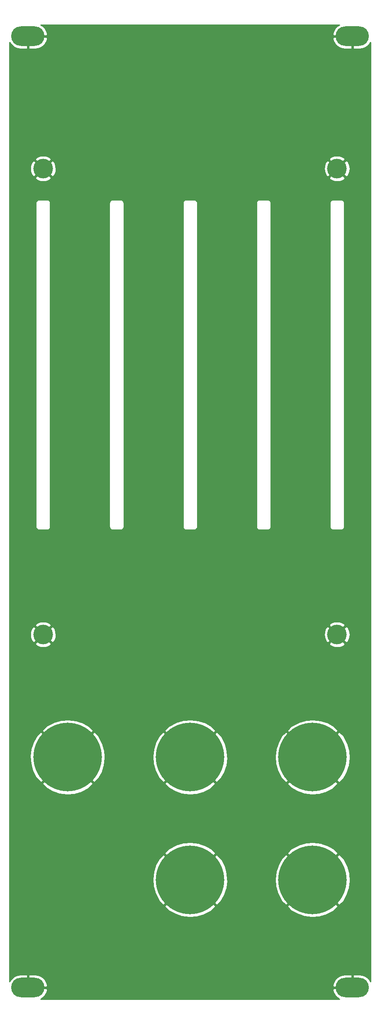
<source format=gbr>
G04 #@! TF.GenerationSoftware,KiCad,Pcbnew,5.1.9-73d0e3b20d~88~ubuntu20.04.1*
G04 #@! TF.CreationDate,2021-03-31T23:41:28-04:00*
G04 #@! TF.ProjectId,ao_dc_mixer-panel,616f5f64-635f-46d6-9978-65722d70616e,rev?*
G04 #@! TF.SameCoordinates,Original*
G04 #@! TF.FileFunction,Copper,L2,Bot*
G04 #@! TF.FilePolarity,Positive*
%FSLAX46Y46*%
G04 Gerber Fmt 4.6, Leading zero omitted, Abs format (unit mm)*
G04 Created by KiCad (PCBNEW 5.1.9-73d0e3b20d~88~ubuntu20.04.1) date 2021-03-31 23:41:28*
%MOMM*%
%LPD*%
G01*
G04 APERTURE LIST*
G04 #@! TA.AperFunction,ComponentPad*
%ADD10C,4.000000*%
G04 #@! TD*
G04 #@! TA.AperFunction,ComponentPad*
%ADD11C,14.000000*%
G04 #@! TD*
G04 #@! TA.AperFunction,ComponentPad*
%ADD12O,6.800000X4.000000*%
G04 #@! TD*
G04 #@! TA.AperFunction,Conductor*
%ADD13C,0.254000*%
G04 #@! TD*
G04 #@! TA.AperFunction,Conductor*
%ADD14C,0.100000*%
G04 #@! TD*
G04 APERTURE END LIST*
D10*
X67500000Y-30000000D03*
X7500000Y-30000000D03*
X67500000Y-125000000D03*
X7500000Y-125000000D03*
D11*
X62500000Y-150000000D03*
X37500000Y-150000000D03*
X62500000Y-175000000D03*
X37500000Y-175000000D03*
X12500000Y-150000000D03*
D12*
X70600000Y-3000000D03*
X70600000Y-197000000D03*
X4400000Y-3000000D03*
X4400000Y-197000000D03*
D13*
X67630475Y-879635D02*
X67246970Y-1226576D01*
X66938519Y-1641669D01*
X66716975Y-2108962D01*
X66620333Y-2462838D01*
X66727009Y-2873000D01*
X70473000Y-2873000D01*
X70473000Y-2853000D01*
X70727000Y-2853000D01*
X70727000Y-2873000D01*
X70747000Y-2873000D01*
X70747000Y-3127000D01*
X70727000Y-3127000D01*
X70727000Y-5635000D01*
X72127000Y-5635000D01*
X72638623Y-5559593D01*
X73125704Y-5385822D01*
X73569525Y-5120365D01*
X73953030Y-4773424D01*
X74261481Y-4358331D01*
X74315001Y-4245444D01*
X74315000Y-195754554D01*
X74261481Y-195641669D01*
X73953030Y-195226576D01*
X73569525Y-194879635D01*
X73125704Y-194614178D01*
X72638623Y-194440407D01*
X72127000Y-194365000D01*
X70727000Y-194365000D01*
X70727000Y-196873000D01*
X70747000Y-196873000D01*
X70747000Y-197127000D01*
X70727000Y-197127000D01*
X70727000Y-197147000D01*
X70473000Y-197147000D01*
X70473000Y-197127000D01*
X66727009Y-197127000D01*
X66620333Y-197537162D01*
X66716975Y-197891038D01*
X66938519Y-198358331D01*
X67246970Y-198773424D01*
X67630475Y-199120365D01*
X67955888Y-199315000D01*
X7044112Y-199315000D01*
X7369525Y-199120365D01*
X7753030Y-198773424D01*
X8061481Y-198358331D01*
X8283025Y-197891038D01*
X8379667Y-197537162D01*
X8272991Y-197127000D01*
X4527000Y-197127000D01*
X4527000Y-197147000D01*
X4273000Y-197147000D01*
X4273000Y-197127000D01*
X4253000Y-197127000D01*
X4253000Y-196873000D01*
X4273000Y-196873000D01*
X4273000Y-194365000D01*
X4527000Y-194365000D01*
X4527000Y-196873000D01*
X8272991Y-196873000D01*
X8379667Y-196462838D01*
X66620333Y-196462838D01*
X66727009Y-196873000D01*
X70473000Y-196873000D01*
X70473000Y-194365000D01*
X69073000Y-194365000D01*
X68561377Y-194440407D01*
X68074296Y-194614178D01*
X67630475Y-194879635D01*
X67246970Y-195226576D01*
X66938519Y-195641669D01*
X66716975Y-196108962D01*
X66620333Y-196462838D01*
X8379667Y-196462838D01*
X8283025Y-196108962D01*
X8061481Y-195641669D01*
X7753030Y-195226576D01*
X7369525Y-194879635D01*
X6925704Y-194614178D01*
X6438623Y-194440407D01*
X5927000Y-194365000D01*
X4527000Y-194365000D01*
X4273000Y-194365000D01*
X2873000Y-194365000D01*
X2361377Y-194440407D01*
X1874296Y-194614178D01*
X1430475Y-194879635D01*
X1046970Y-195226576D01*
X738519Y-195641669D01*
X685000Y-195754554D01*
X685000Y-180401674D01*
X32277932Y-180401674D01*
X33093908Y-181280530D01*
X34403840Y-182019437D01*
X35832756Y-182488591D01*
X37325743Y-182669963D01*
X38825428Y-182556583D01*
X40274176Y-182152807D01*
X41616314Y-181474153D01*
X41906092Y-181280530D01*
X42722068Y-180401674D01*
X57277932Y-180401674D01*
X58093908Y-181280530D01*
X59403840Y-182019437D01*
X60832756Y-182488591D01*
X62325743Y-182669963D01*
X63825428Y-182556583D01*
X65274176Y-182152807D01*
X66616314Y-181474153D01*
X66906092Y-181280530D01*
X67722068Y-180401674D01*
X62500000Y-175179605D01*
X57277932Y-180401674D01*
X42722068Y-180401674D01*
X37500000Y-175179605D01*
X32277932Y-180401674D01*
X685000Y-180401674D01*
X685000Y-174825743D01*
X29830037Y-174825743D01*
X29943417Y-176325428D01*
X30347193Y-177774176D01*
X31025847Y-179116314D01*
X31219470Y-179406092D01*
X32098326Y-180222068D01*
X37320395Y-175000000D01*
X37679605Y-175000000D01*
X42901674Y-180222068D01*
X43780530Y-179406092D01*
X44519437Y-178096160D01*
X44988591Y-176667244D01*
X45169963Y-175174257D01*
X45143615Y-174825743D01*
X54830037Y-174825743D01*
X54943417Y-176325428D01*
X55347193Y-177774176D01*
X56025847Y-179116314D01*
X56219470Y-179406092D01*
X57098326Y-180222068D01*
X62320395Y-175000000D01*
X62679605Y-175000000D01*
X67901674Y-180222068D01*
X68780530Y-179406092D01*
X69519437Y-178096160D01*
X69988591Y-176667244D01*
X70169963Y-175174257D01*
X70056583Y-173674572D01*
X69652807Y-172225824D01*
X68974153Y-170883686D01*
X68780530Y-170593908D01*
X67901674Y-169777932D01*
X62679605Y-175000000D01*
X62320395Y-175000000D01*
X57098326Y-169777932D01*
X56219470Y-170593908D01*
X55480563Y-171903840D01*
X55011409Y-173332756D01*
X54830037Y-174825743D01*
X45143615Y-174825743D01*
X45056583Y-173674572D01*
X44652807Y-172225824D01*
X43974153Y-170883686D01*
X43780530Y-170593908D01*
X42901674Y-169777932D01*
X37679605Y-175000000D01*
X37320395Y-175000000D01*
X32098326Y-169777932D01*
X31219470Y-170593908D01*
X30480563Y-171903840D01*
X30011409Y-173332756D01*
X29830037Y-174825743D01*
X685000Y-174825743D01*
X685000Y-169598326D01*
X32277932Y-169598326D01*
X37500000Y-174820395D01*
X42722068Y-169598326D01*
X57277932Y-169598326D01*
X62500000Y-174820395D01*
X67722068Y-169598326D01*
X66906092Y-168719470D01*
X65596160Y-167980563D01*
X64167244Y-167511409D01*
X62674257Y-167330037D01*
X61174572Y-167443417D01*
X59725824Y-167847193D01*
X58383686Y-168525847D01*
X58093908Y-168719470D01*
X57277932Y-169598326D01*
X42722068Y-169598326D01*
X41906092Y-168719470D01*
X40596160Y-167980563D01*
X39167244Y-167511409D01*
X37674257Y-167330037D01*
X36174572Y-167443417D01*
X34725824Y-167847193D01*
X33383686Y-168525847D01*
X33093908Y-168719470D01*
X32277932Y-169598326D01*
X685000Y-169598326D01*
X685000Y-155401674D01*
X7277932Y-155401674D01*
X8093908Y-156280530D01*
X9403840Y-157019437D01*
X10832756Y-157488591D01*
X12325743Y-157669963D01*
X13825428Y-157556583D01*
X15274176Y-157152807D01*
X16616314Y-156474153D01*
X16906092Y-156280530D01*
X17722068Y-155401674D01*
X32277932Y-155401674D01*
X33093908Y-156280530D01*
X34403840Y-157019437D01*
X35832756Y-157488591D01*
X37325743Y-157669963D01*
X38825428Y-157556583D01*
X40274176Y-157152807D01*
X41616314Y-156474153D01*
X41906092Y-156280530D01*
X42722068Y-155401674D01*
X57277932Y-155401674D01*
X58093908Y-156280530D01*
X59403840Y-157019437D01*
X60832756Y-157488591D01*
X62325743Y-157669963D01*
X63825428Y-157556583D01*
X65274176Y-157152807D01*
X66616314Y-156474153D01*
X66906092Y-156280530D01*
X67722068Y-155401674D01*
X62500000Y-150179605D01*
X57277932Y-155401674D01*
X42722068Y-155401674D01*
X37500000Y-150179605D01*
X32277932Y-155401674D01*
X17722068Y-155401674D01*
X12500000Y-150179605D01*
X7277932Y-155401674D01*
X685000Y-155401674D01*
X685000Y-149825743D01*
X4830037Y-149825743D01*
X4943417Y-151325428D01*
X5347193Y-152774176D01*
X6025847Y-154116314D01*
X6219470Y-154406092D01*
X7098326Y-155222068D01*
X12320395Y-150000000D01*
X12679605Y-150000000D01*
X17901674Y-155222068D01*
X18780530Y-154406092D01*
X19519437Y-153096160D01*
X19988591Y-151667244D01*
X20169963Y-150174257D01*
X20143615Y-149825743D01*
X29830037Y-149825743D01*
X29943417Y-151325428D01*
X30347193Y-152774176D01*
X31025847Y-154116314D01*
X31219470Y-154406092D01*
X32098326Y-155222068D01*
X37320395Y-150000000D01*
X37679605Y-150000000D01*
X42901674Y-155222068D01*
X43780530Y-154406092D01*
X44519437Y-153096160D01*
X44988591Y-151667244D01*
X45169963Y-150174257D01*
X45143615Y-149825743D01*
X54830037Y-149825743D01*
X54943417Y-151325428D01*
X55347193Y-152774176D01*
X56025847Y-154116314D01*
X56219470Y-154406092D01*
X57098326Y-155222068D01*
X62320395Y-150000000D01*
X62679605Y-150000000D01*
X67901674Y-155222068D01*
X68780530Y-154406092D01*
X69519437Y-153096160D01*
X69988591Y-151667244D01*
X70169963Y-150174257D01*
X70056583Y-148674572D01*
X69652807Y-147225824D01*
X68974153Y-145883686D01*
X68780530Y-145593908D01*
X67901674Y-144777932D01*
X62679605Y-150000000D01*
X62320395Y-150000000D01*
X57098326Y-144777932D01*
X56219470Y-145593908D01*
X55480563Y-146903840D01*
X55011409Y-148332756D01*
X54830037Y-149825743D01*
X45143615Y-149825743D01*
X45056583Y-148674572D01*
X44652807Y-147225824D01*
X43974153Y-145883686D01*
X43780530Y-145593908D01*
X42901674Y-144777932D01*
X37679605Y-150000000D01*
X37320395Y-150000000D01*
X32098326Y-144777932D01*
X31219470Y-145593908D01*
X30480563Y-146903840D01*
X30011409Y-148332756D01*
X29830037Y-149825743D01*
X20143615Y-149825743D01*
X20056583Y-148674572D01*
X19652807Y-147225824D01*
X18974153Y-145883686D01*
X18780530Y-145593908D01*
X17901674Y-144777932D01*
X12679605Y-150000000D01*
X12320395Y-150000000D01*
X7098326Y-144777932D01*
X6219470Y-145593908D01*
X5480563Y-146903840D01*
X5011409Y-148332756D01*
X4830037Y-149825743D01*
X685000Y-149825743D01*
X685000Y-144598326D01*
X7277932Y-144598326D01*
X12500000Y-149820395D01*
X17722068Y-144598326D01*
X32277932Y-144598326D01*
X37500000Y-149820395D01*
X42722068Y-144598326D01*
X57277932Y-144598326D01*
X62500000Y-149820395D01*
X67722068Y-144598326D01*
X66906092Y-143719470D01*
X65596160Y-142980563D01*
X64167244Y-142511409D01*
X62674257Y-142330037D01*
X61174572Y-142443417D01*
X59725824Y-142847193D01*
X58383686Y-143525847D01*
X58093908Y-143719470D01*
X57277932Y-144598326D01*
X42722068Y-144598326D01*
X41906092Y-143719470D01*
X40596160Y-142980563D01*
X39167244Y-142511409D01*
X37674257Y-142330037D01*
X36174572Y-142443417D01*
X34725824Y-142847193D01*
X33383686Y-143525847D01*
X33093908Y-143719470D01*
X32277932Y-144598326D01*
X17722068Y-144598326D01*
X16906092Y-143719470D01*
X15596160Y-142980563D01*
X14167244Y-142511409D01*
X12674257Y-142330037D01*
X11174572Y-142443417D01*
X9725824Y-142847193D01*
X8383686Y-143525847D01*
X8093908Y-143719470D01*
X7277932Y-144598326D01*
X685000Y-144598326D01*
X685000Y-126847499D01*
X5832106Y-126847499D01*
X6048228Y-127214258D01*
X6508105Y-127454938D01*
X7006098Y-127601275D01*
X7523071Y-127647648D01*
X8039159Y-127592273D01*
X8534526Y-127437279D01*
X8951772Y-127214258D01*
X9167894Y-126847499D01*
X65832106Y-126847499D01*
X66048228Y-127214258D01*
X66508105Y-127454938D01*
X67006098Y-127601275D01*
X67523071Y-127647648D01*
X68039159Y-127592273D01*
X68534526Y-127437279D01*
X68951772Y-127214258D01*
X69167894Y-126847499D01*
X67500000Y-125179605D01*
X65832106Y-126847499D01*
X9167894Y-126847499D01*
X7500000Y-125179605D01*
X5832106Y-126847499D01*
X685000Y-126847499D01*
X685000Y-125023071D01*
X4852352Y-125023071D01*
X4907727Y-125539159D01*
X5062721Y-126034526D01*
X5285742Y-126451772D01*
X5652501Y-126667894D01*
X7320395Y-125000000D01*
X7679605Y-125000000D01*
X9347499Y-126667894D01*
X9714258Y-126451772D01*
X9954938Y-125991895D01*
X10101275Y-125493902D01*
X10143509Y-125023071D01*
X64852352Y-125023071D01*
X64907727Y-125539159D01*
X65062721Y-126034526D01*
X65285742Y-126451772D01*
X65652501Y-126667894D01*
X67320395Y-125000000D01*
X67679605Y-125000000D01*
X69347499Y-126667894D01*
X69714258Y-126451772D01*
X69954938Y-125991895D01*
X70101275Y-125493902D01*
X70147648Y-124976929D01*
X70092273Y-124460841D01*
X69937279Y-123965474D01*
X69714258Y-123548228D01*
X69347499Y-123332106D01*
X67679605Y-125000000D01*
X67320395Y-125000000D01*
X65652501Y-123332106D01*
X65285742Y-123548228D01*
X65045062Y-124008105D01*
X64898725Y-124506098D01*
X64852352Y-125023071D01*
X10143509Y-125023071D01*
X10147648Y-124976929D01*
X10092273Y-124460841D01*
X9937279Y-123965474D01*
X9714258Y-123548228D01*
X9347499Y-123332106D01*
X7679605Y-125000000D01*
X7320395Y-125000000D01*
X5652501Y-123332106D01*
X5285742Y-123548228D01*
X5045062Y-124008105D01*
X4898725Y-124506098D01*
X4852352Y-125023071D01*
X685000Y-125023071D01*
X685000Y-123152501D01*
X5832106Y-123152501D01*
X7500000Y-124820395D01*
X9167894Y-123152501D01*
X65832106Y-123152501D01*
X67500000Y-124820395D01*
X69167894Y-123152501D01*
X68951772Y-122785742D01*
X68491895Y-122545062D01*
X67993902Y-122398725D01*
X67476929Y-122352352D01*
X66960841Y-122407727D01*
X66465474Y-122562721D01*
X66048228Y-122785742D01*
X65832106Y-123152501D01*
X9167894Y-123152501D01*
X8951772Y-122785742D01*
X8491895Y-122545062D01*
X7993902Y-122398725D01*
X7476929Y-122352352D01*
X6960841Y-122407727D01*
X6465474Y-122562721D01*
X6048228Y-122785742D01*
X5832106Y-123152501D01*
X685000Y-123152501D01*
X685000Y-37000000D01*
X6011686Y-37000000D01*
X6015001Y-37033657D01*
X6015000Y-102966353D01*
X6011686Y-103000000D01*
X6024912Y-103134283D01*
X6064081Y-103263406D01*
X6127688Y-103382407D01*
X6213289Y-103486711D01*
X6317593Y-103572312D01*
X6436594Y-103635919D01*
X6565717Y-103675088D01*
X6700000Y-103688314D01*
X6733647Y-103685000D01*
X8266353Y-103685000D01*
X8300000Y-103688314D01*
X8434283Y-103675088D01*
X8563406Y-103635919D01*
X8682407Y-103572312D01*
X8786711Y-103486711D01*
X8872312Y-103382407D01*
X8935919Y-103263406D01*
X8975088Y-103134283D01*
X8985000Y-103033647D01*
X8985000Y-103033646D01*
X8988314Y-103000000D01*
X8985000Y-102966353D01*
X8985000Y-37033647D01*
X8988314Y-37000000D01*
X21011686Y-37000000D01*
X21015001Y-37033657D01*
X21015000Y-102966353D01*
X21011686Y-103000000D01*
X21024912Y-103134283D01*
X21064081Y-103263406D01*
X21127688Y-103382407D01*
X21213289Y-103486711D01*
X21317593Y-103572312D01*
X21436594Y-103635919D01*
X21565717Y-103675088D01*
X21700000Y-103688314D01*
X21733647Y-103685000D01*
X23266353Y-103685000D01*
X23300000Y-103688314D01*
X23434283Y-103675088D01*
X23563406Y-103635919D01*
X23682407Y-103572312D01*
X23786711Y-103486711D01*
X23872312Y-103382407D01*
X23935919Y-103263406D01*
X23975088Y-103134283D01*
X23985000Y-103033647D01*
X23985000Y-103033646D01*
X23988314Y-103000000D01*
X23985000Y-102966353D01*
X23985000Y-37033647D01*
X23988314Y-37000000D01*
X36011686Y-37000000D01*
X36015001Y-37033657D01*
X36015000Y-102966353D01*
X36011686Y-103000000D01*
X36024912Y-103134283D01*
X36064081Y-103263406D01*
X36127688Y-103382407D01*
X36213289Y-103486711D01*
X36317593Y-103572312D01*
X36436594Y-103635919D01*
X36565717Y-103675088D01*
X36700000Y-103688314D01*
X36733647Y-103685000D01*
X38266353Y-103685000D01*
X38300000Y-103688314D01*
X38434283Y-103675088D01*
X38563406Y-103635919D01*
X38682407Y-103572312D01*
X38786711Y-103486711D01*
X38872312Y-103382407D01*
X38935919Y-103263406D01*
X38975088Y-103134283D01*
X38985000Y-103033647D01*
X38985000Y-103033646D01*
X38988314Y-103000000D01*
X38985000Y-102966353D01*
X38985000Y-37033647D01*
X38988314Y-37000000D01*
X51011686Y-37000000D01*
X51015001Y-37033657D01*
X51015000Y-102966353D01*
X51011686Y-103000000D01*
X51024912Y-103134283D01*
X51064081Y-103263406D01*
X51127688Y-103382407D01*
X51213289Y-103486711D01*
X51317593Y-103572312D01*
X51436594Y-103635919D01*
X51565717Y-103675088D01*
X51700000Y-103688314D01*
X51733647Y-103685000D01*
X53266353Y-103685000D01*
X53300000Y-103688314D01*
X53434283Y-103675088D01*
X53563406Y-103635919D01*
X53682407Y-103572312D01*
X53786711Y-103486711D01*
X53872312Y-103382407D01*
X53935919Y-103263406D01*
X53975088Y-103134283D01*
X53985000Y-103033647D01*
X53985000Y-103033646D01*
X53988314Y-103000000D01*
X53985000Y-102966353D01*
X53985000Y-37033647D01*
X53988314Y-37000000D01*
X66011686Y-37000000D01*
X66015001Y-37033657D01*
X66015000Y-102966353D01*
X66011686Y-103000000D01*
X66024912Y-103134283D01*
X66064081Y-103263406D01*
X66127688Y-103382407D01*
X66213289Y-103486711D01*
X66317593Y-103572312D01*
X66436594Y-103635919D01*
X66565717Y-103675088D01*
X66700000Y-103688314D01*
X66733647Y-103685000D01*
X68266353Y-103685000D01*
X68300000Y-103688314D01*
X68434283Y-103675088D01*
X68563406Y-103635919D01*
X68682407Y-103572312D01*
X68786711Y-103486711D01*
X68872312Y-103382407D01*
X68935919Y-103263406D01*
X68975088Y-103134283D01*
X68985000Y-103033647D01*
X68985000Y-103033646D01*
X68988314Y-103000000D01*
X68985000Y-102966353D01*
X68985000Y-37033647D01*
X68988314Y-37000000D01*
X68975088Y-36865717D01*
X68935919Y-36736594D01*
X68872312Y-36617593D01*
X68786711Y-36513289D01*
X68682407Y-36427688D01*
X68563406Y-36364081D01*
X68434283Y-36324912D01*
X68333647Y-36315000D01*
X68300000Y-36311686D01*
X68266353Y-36315000D01*
X66733647Y-36315000D01*
X66700000Y-36311686D01*
X66666353Y-36315000D01*
X66565717Y-36324912D01*
X66436594Y-36364081D01*
X66317593Y-36427688D01*
X66213289Y-36513289D01*
X66127688Y-36617593D01*
X66064081Y-36736594D01*
X66024912Y-36865717D01*
X66011686Y-37000000D01*
X53988314Y-37000000D01*
X53975088Y-36865717D01*
X53935919Y-36736594D01*
X53872312Y-36617593D01*
X53786711Y-36513289D01*
X53682407Y-36427688D01*
X53563406Y-36364081D01*
X53434283Y-36324912D01*
X53333647Y-36315000D01*
X53300000Y-36311686D01*
X53266353Y-36315000D01*
X51733647Y-36315000D01*
X51700000Y-36311686D01*
X51666353Y-36315000D01*
X51565717Y-36324912D01*
X51436594Y-36364081D01*
X51317593Y-36427688D01*
X51213289Y-36513289D01*
X51127688Y-36617593D01*
X51064081Y-36736594D01*
X51024912Y-36865717D01*
X51011686Y-37000000D01*
X38988314Y-37000000D01*
X38975088Y-36865717D01*
X38935919Y-36736594D01*
X38872312Y-36617593D01*
X38786711Y-36513289D01*
X38682407Y-36427688D01*
X38563406Y-36364081D01*
X38434283Y-36324912D01*
X38333647Y-36315000D01*
X38300000Y-36311686D01*
X38266353Y-36315000D01*
X36733647Y-36315000D01*
X36700000Y-36311686D01*
X36666353Y-36315000D01*
X36565717Y-36324912D01*
X36436594Y-36364081D01*
X36317593Y-36427688D01*
X36213289Y-36513289D01*
X36127688Y-36617593D01*
X36064081Y-36736594D01*
X36024912Y-36865717D01*
X36011686Y-37000000D01*
X23988314Y-37000000D01*
X23975088Y-36865717D01*
X23935919Y-36736594D01*
X23872312Y-36617593D01*
X23786711Y-36513289D01*
X23682407Y-36427688D01*
X23563406Y-36364081D01*
X23434283Y-36324912D01*
X23333647Y-36315000D01*
X23300000Y-36311686D01*
X23266353Y-36315000D01*
X21733647Y-36315000D01*
X21700000Y-36311686D01*
X21666353Y-36315000D01*
X21565717Y-36324912D01*
X21436594Y-36364081D01*
X21317593Y-36427688D01*
X21213289Y-36513289D01*
X21127688Y-36617593D01*
X21064081Y-36736594D01*
X21024912Y-36865717D01*
X21011686Y-37000000D01*
X8988314Y-37000000D01*
X8975088Y-36865717D01*
X8935919Y-36736594D01*
X8872312Y-36617593D01*
X8786711Y-36513289D01*
X8682407Y-36427688D01*
X8563406Y-36364081D01*
X8434283Y-36324912D01*
X8333647Y-36315000D01*
X8300000Y-36311686D01*
X8266353Y-36315000D01*
X6733647Y-36315000D01*
X6700000Y-36311686D01*
X6666353Y-36315000D01*
X6565717Y-36324912D01*
X6436594Y-36364081D01*
X6317593Y-36427688D01*
X6213289Y-36513289D01*
X6127688Y-36617593D01*
X6064081Y-36736594D01*
X6024912Y-36865717D01*
X6011686Y-37000000D01*
X685000Y-37000000D01*
X685000Y-31847499D01*
X5832106Y-31847499D01*
X6048228Y-32214258D01*
X6508105Y-32454938D01*
X7006098Y-32601275D01*
X7523071Y-32647648D01*
X8039159Y-32592273D01*
X8534526Y-32437279D01*
X8951772Y-32214258D01*
X9167894Y-31847499D01*
X65832106Y-31847499D01*
X66048228Y-32214258D01*
X66508105Y-32454938D01*
X67006098Y-32601275D01*
X67523071Y-32647648D01*
X68039159Y-32592273D01*
X68534526Y-32437279D01*
X68951772Y-32214258D01*
X69167894Y-31847499D01*
X67500000Y-30179605D01*
X65832106Y-31847499D01*
X9167894Y-31847499D01*
X7500000Y-30179605D01*
X5832106Y-31847499D01*
X685000Y-31847499D01*
X685000Y-30023071D01*
X4852352Y-30023071D01*
X4907727Y-30539159D01*
X5062721Y-31034526D01*
X5285742Y-31451772D01*
X5652501Y-31667894D01*
X7320395Y-30000000D01*
X7679605Y-30000000D01*
X9347499Y-31667894D01*
X9714258Y-31451772D01*
X9954938Y-30991895D01*
X10101275Y-30493902D01*
X10143509Y-30023071D01*
X64852352Y-30023071D01*
X64907727Y-30539159D01*
X65062721Y-31034526D01*
X65285742Y-31451772D01*
X65652501Y-31667894D01*
X67320395Y-30000000D01*
X67679605Y-30000000D01*
X69347499Y-31667894D01*
X69714258Y-31451772D01*
X69954938Y-30991895D01*
X70101275Y-30493902D01*
X70147648Y-29976929D01*
X70092273Y-29460841D01*
X69937279Y-28965474D01*
X69714258Y-28548228D01*
X69347499Y-28332106D01*
X67679605Y-30000000D01*
X67320395Y-30000000D01*
X65652501Y-28332106D01*
X65285742Y-28548228D01*
X65045062Y-29008105D01*
X64898725Y-29506098D01*
X64852352Y-30023071D01*
X10143509Y-30023071D01*
X10147648Y-29976929D01*
X10092273Y-29460841D01*
X9937279Y-28965474D01*
X9714258Y-28548228D01*
X9347499Y-28332106D01*
X7679605Y-30000000D01*
X7320395Y-30000000D01*
X5652501Y-28332106D01*
X5285742Y-28548228D01*
X5045062Y-29008105D01*
X4898725Y-29506098D01*
X4852352Y-30023071D01*
X685000Y-30023071D01*
X685000Y-28152501D01*
X5832106Y-28152501D01*
X7500000Y-29820395D01*
X9167894Y-28152501D01*
X65832106Y-28152501D01*
X67500000Y-29820395D01*
X69167894Y-28152501D01*
X68951772Y-27785742D01*
X68491895Y-27545062D01*
X67993902Y-27398725D01*
X67476929Y-27352352D01*
X66960841Y-27407727D01*
X66465474Y-27562721D01*
X66048228Y-27785742D01*
X65832106Y-28152501D01*
X9167894Y-28152501D01*
X8951772Y-27785742D01*
X8491895Y-27545062D01*
X7993902Y-27398725D01*
X7476929Y-27352352D01*
X6960841Y-27407727D01*
X6465474Y-27562721D01*
X6048228Y-27785742D01*
X5832106Y-28152501D01*
X685000Y-28152501D01*
X685000Y-4245446D01*
X738519Y-4358331D01*
X1046970Y-4773424D01*
X1430475Y-5120365D01*
X1874296Y-5385822D01*
X2361377Y-5559593D01*
X2873000Y-5635000D01*
X4273000Y-5635000D01*
X4273000Y-3127000D01*
X4527000Y-3127000D01*
X4527000Y-5635000D01*
X5927000Y-5635000D01*
X6438623Y-5559593D01*
X6925704Y-5385822D01*
X7369525Y-5120365D01*
X7753030Y-4773424D01*
X8061481Y-4358331D01*
X8283025Y-3891038D01*
X8379667Y-3537162D01*
X66620333Y-3537162D01*
X66716975Y-3891038D01*
X66938519Y-4358331D01*
X67246970Y-4773424D01*
X67630475Y-5120365D01*
X68074296Y-5385822D01*
X68561377Y-5559593D01*
X69073000Y-5635000D01*
X70473000Y-5635000D01*
X70473000Y-3127000D01*
X66727009Y-3127000D01*
X66620333Y-3537162D01*
X8379667Y-3537162D01*
X8272991Y-3127000D01*
X4527000Y-3127000D01*
X4273000Y-3127000D01*
X4253000Y-3127000D01*
X4253000Y-2873000D01*
X4273000Y-2873000D01*
X4273000Y-2853000D01*
X4527000Y-2853000D01*
X4527000Y-2873000D01*
X8272991Y-2873000D01*
X8379667Y-2462838D01*
X8283025Y-2108962D01*
X8061481Y-1641669D01*
X7753030Y-1226576D01*
X7369525Y-879635D01*
X7044112Y-685000D01*
X67955888Y-685000D01*
X67630475Y-879635D01*
G04 #@! TA.AperFunction,Conductor*
D14*
G36*
X67630475Y-879635D02*
G01*
X67246970Y-1226576D01*
X66938519Y-1641669D01*
X66716975Y-2108962D01*
X66620333Y-2462838D01*
X66727009Y-2873000D01*
X70473000Y-2873000D01*
X70473000Y-2853000D01*
X70727000Y-2853000D01*
X70727000Y-2873000D01*
X70747000Y-2873000D01*
X70747000Y-3127000D01*
X70727000Y-3127000D01*
X70727000Y-5635000D01*
X72127000Y-5635000D01*
X72638623Y-5559593D01*
X73125704Y-5385822D01*
X73569525Y-5120365D01*
X73953030Y-4773424D01*
X74261481Y-4358331D01*
X74315001Y-4245444D01*
X74315000Y-195754554D01*
X74261481Y-195641669D01*
X73953030Y-195226576D01*
X73569525Y-194879635D01*
X73125704Y-194614178D01*
X72638623Y-194440407D01*
X72127000Y-194365000D01*
X70727000Y-194365000D01*
X70727000Y-196873000D01*
X70747000Y-196873000D01*
X70747000Y-197127000D01*
X70727000Y-197127000D01*
X70727000Y-197147000D01*
X70473000Y-197147000D01*
X70473000Y-197127000D01*
X66727009Y-197127000D01*
X66620333Y-197537162D01*
X66716975Y-197891038D01*
X66938519Y-198358331D01*
X67246970Y-198773424D01*
X67630475Y-199120365D01*
X67955888Y-199315000D01*
X7044112Y-199315000D01*
X7369525Y-199120365D01*
X7753030Y-198773424D01*
X8061481Y-198358331D01*
X8283025Y-197891038D01*
X8379667Y-197537162D01*
X8272991Y-197127000D01*
X4527000Y-197127000D01*
X4527000Y-197147000D01*
X4273000Y-197147000D01*
X4273000Y-197127000D01*
X4253000Y-197127000D01*
X4253000Y-196873000D01*
X4273000Y-196873000D01*
X4273000Y-194365000D01*
X4527000Y-194365000D01*
X4527000Y-196873000D01*
X8272991Y-196873000D01*
X8379667Y-196462838D01*
X66620333Y-196462838D01*
X66727009Y-196873000D01*
X70473000Y-196873000D01*
X70473000Y-194365000D01*
X69073000Y-194365000D01*
X68561377Y-194440407D01*
X68074296Y-194614178D01*
X67630475Y-194879635D01*
X67246970Y-195226576D01*
X66938519Y-195641669D01*
X66716975Y-196108962D01*
X66620333Y-196462838D01*
X8379667Y-196462838D01*
X8283025Y-196108962D01*
X8061481Y-195641669D01*
X7753030Y-195226576D01*
X7369525Y-194879635D01*
X6925704Y-194614178D01*
X6438623Y-194440407D01*
X5927000Y-194365000D01*
X4527000Y-194365000D01*
X4273000Y-194365000D01*
X2873000Y-194365000D01*
X2361377Y-194440407D01*
X1874296Y-194614178D01*
X1430475Y-194879635D01*
X1046970Y-195226576D01*
X738519Y-195641669D01*
X685000Y-195754554D01*
X685000Y-180401674D01*
X32277932Y-180401674D01*
X33093908Y-181280530D01*
X34403840Y-182019437D01*
X35832756Y-182488591D01*
X37325743Y-182669963D01*
X38825428Y-182556583D01*
X40274176Y-182152807D01*
X41616314Y-181474153D01*
X41906092Y-181280530D01*
X42722068Y-180401674D01*
X57277932Y-180401674D01*
X58093908Y-181280530D01*
X59403840Y-182019437D01*
X60832756Y-182488591D01*
X62325743Y-182669963D01*
X63825428Y-182556583D01*
X65274176Y-182152807D01*
X66616314Y-181474153D01*
X66906092Y-181280530D01*
X67722068Y-180401674D01*
X62500000Y-175179605D01*
X57277932Y-180401674D01*
X42722068Y-180401674D01*
X37500000Y-175179605D01*
X32277932Y-180401674D01*
X685000Y-180401674D01*
X685000Y-174825743D01*
X29830037Y-174825743D01*
X29943417Y-176325428D01*
X30347193Y-177774176D01*
X31025847Y-179116314D01*
X31219470Y-179406092D01*
X32098326Y-180222068D01*
X37320395Y-175000000D01*
X37679605Y-175000000D01*
X42901674Y-180222068D01*
X43780530Y-179406092D01*
X44519437Y-178096160D01*
X44988591Y-176667244D01*
X45169963Y-175174257D01*
X45143615Y-174825743D01*
X54830037Y-174825743D01*
X54943417Y-176325428D01*
X55347193Y-177774176D01*
X56025847Y-179116314D01*
X56219470Y-179406092D01*
X57098326Y-180222068D01*
X62320395Y-175000000D01*
X62679605Y-175000000D01*
X67901674Y-180222068D01*
X68780530Y-179406092D01*
X69519437Y-178096160D01*
X69988591Y-176667244D01*
X70169963Y-175174257D01*
X70056583Y-173674572D01*
X69652807Y-172225824D01*
X68974153Y-170883686D01*
X68780530Y-170593908D01*
X67901674Y-169777932D01*
X62679605Y-175000000D01*
X62320395Y-175000000D01*
X57098326Y-169777932D01*
X56219470Y-170593908D01*
X55480563Y-171903840D01*
X55011409Y-173332756D01*
X54830037Y-174825743D01*
X45143615Y-174825743D01*
X45056583Y-173674572D01*
X44652807Y-172225824D01*
X43974153Y-170883686D01*
X43780530Y-170593908D01*
X42901674Y-169777932D01*
X37679605Y-175000000D01*
X37320395Y-175000000D01*
X32098326Y-169777932D01*
X31219470Y-170593908D01*
X30480563Y-171903840D01*
X30011409Y-173332756D01*
X29830037Y-174825743D01*
X685000Y-174825743D01*
X685000Y-169598326D01*
X32277932Y-169598326D01*
X37500000Y-174820395D01*
X42722068Y-169598326D01*
X57277932Y-169598326D01*
X62500000Y-174820395D01*
X67722068Y-169598326D01*
X66906092Y-168719470D01*
X65596160Y-167980563D01*
X64167244Y-167511409D01*
X62674257Y-167330037D01*
X61174572Y-167443417D01*
X59725824Y-167847193D01*
X58383686Y-168525847D01*
X58093908Y-168719470D01*
X57277932Y-169598326D01*
X42722068Y-169598326D01*
X41906092Y-168719470D01*
X40596160Y-167980563D01*
X39167244Y-167511409D01*
X37674257Y-167330037D01*
X36174572Y-167443417D01*
X34725824Y-167847193D01*
X33383686Y-168525847D01*
X33093908Y-168719470D01*
X32277932Y-169598326D01*
X685000Y-169598326D01*
X685000Y-155401674D01*
X7277932Y-155401674D01*
X8093908Y-156280530D01*
X9403840Y-157019437D01*
X10832756Y-157488591D01*
X12325743Y-157669963D01*
X13825428Y-157556583D01*
X15274176Y-157152807D01*
X16616314Y-156474153D01*
X16906092Y-156280530D01*
X17722068Y-155401674D01*
X32277932Y-155401674D01*
X33093908Y-156280530D01*
X34403840Y-157019437D01*
X35832756Y-157488591D01*
X37325743Y-157669963D01*
X38825428Y-157556583D01*
X40274176Y-157152807D01*
X41616314Y-156474153D01*
X41906092Y-156280530D01*
X42722068Y-155401674D01*
X57277932Y-155401674D01*
X58093908Y-156280530D01*
X59403840Y-157019437D01*
X60832756Y-157488591D01*
X62325743Y-157669963D01*
X63825428Y-157556583D01*
X65274176Y-157152807D01*
X66616314Y-156474153D01*
X66906092Y-156280530D01*
X67722068Y-155401674D01*
X62500000Y-150179605D01*
X57277932Y-155401674D01*
X42722068Y-155401674D01*
X37500000Y-150179605D01*
X32277932Y-155401674D01*
X17722068Y-155401674D01*
X12500000Y-150179605D01*
X7277932Y-155401674D01*
X685000Y-155401674D01*
X685000Y-149825743D01*
X4830037Y-149825743D01*
X4943417Y-151325428D01*
X5347193Y-152774176D01*
X6025847Y-154116314D01*
X6219470Y-154406092D01*
X7098326Y-155222068D01*
X12320395Y-150000000D01*
X12679605Y-150000000D01*
X17901674Y-155222068D01*
X18780530Y-154406092D01*
X19519437Y-153096160D01*
X19988591Y-151667244D01*
X20169963Y-150174257D01*
X20143615Y-149825743D01*
X29830037Y-149825743D01*
X29943417Y-151325428D01*
X30347193Y-152774176D01*
X31025847Y-154116314D01*
X31219470Y-154406092D01*
X32098326Y-155222068D01*
X37320395Y-150000000D01*
X37679605Y-150000000D01*
X42901674Y-155222068D01*
X43780530Y-154406092D01*
X44519437Y-153096160D01*
X44988591Y-151667244D01*
X45169963Y-150174257D01*
X45143615Y-149825743D01*
X54830037Y-149825743D01*
X54943417Y-151325428D01*
X55347193Y-152774176D01*
X56025847Y-154116314D01*
X56219470Y-154406092D01*
X57098326Y-155222068D01*
X62320395Y-150000000D01*
X62679605Y-150000000D01*
X67901674Y-155222068D01*
X68780530Y-154406092D01*
X69519437Y-153096160D01*
X69988591Y-151667244D01*
X70169963Y-150174257D01*
X70056583Y-148674572D01*
X69652807Y-147225824D01*
X68974153Y-145883686D01*
X68780530Y-145593908D01*
X67901674Y-144777932D01*
X62679605Y-150000000D01*
X62320395Y-150000000D01*
X57098326Y-144777932D01*
X56219470Y-145593908D01*
X55480563Y-146903840D01*
X55011409Y-148332756D01*
X54830037Y-149825743D01*
X45143615Y-149825743D01*
X45056583Y-148674572D01*
X44652807Y-147225824D01*
X43974153Y-145883686D01*
X43780530Y-145593908D01*
X42901674Y-144777932D01*
X37679605Y-150000000D01*
X37320395Y-150000000D01*
X32098326Y-144777932D01*
X31219470Y-145593908D01*
X30480563Y-146903840D01*
X30011409Y-148332756D01*
X29830037Y-149825743D01*
X20143615Y-149825743D01*
X20056583Y-148674572D01*
X19652807Y-147225824D01*
X18974153Y-145883686D01*
X18780530Y-145593908D01*
X17901674Y-144777932D01*
X12679605Y-150000000D01*
X12320395Y-150000000D01*
X7098326Y-144777932D01*
X6219470Y-145593908D01*
X5480563Y-146903840D01*
X5011409Y-148332756D01*
X4830037Y-149825743D01*
X685000Y-149825743D01*
X685000Y-144598326D01*
X7277932Y-144598326D01*
X12500000Y-149820395D01*
X17722068Y-144598326D01*
X32277932Y-144598326D01*
X37500000Y-149820395D01*
X42722068Y-144598326D01*
X57277932Y-144598326D01*
X62500000Y-149820395D01*
X67722068Y-144598326D01*
X66906092Y-143719470D01*
X65596160Y-142980563D01*
X64167244Y-142511409D01*
X62674257Y-142330037D01*
X61174572Y-142443417D01*
X59725824Y-142847193D01*
X58383686Y-143525847D01*
X58093908Y-143719470D01*
X57277932Y-144598326D01*
X42722068Y-144598326D01*
X41906092Y-143719470D01*
X40596160Y-142980563D01*
X39167244Y-142511409D01*
X37674257Y-142330037D01*
X36174572Y-142443417D01*
X34725824Y-142847193D01*
X33383686Y-143525847D01*
X33093908Y-143719470D01*
X32277932Y-144598326D01*
X17722068Y-144598326D01*
X16906092Y-143719470D01*
X15596160Y-142980563D01*
X14167244Y-142511409D01*
X12674257Y-142330037D01*
X11174572Y-142443417D01*
X9725824Y-142847193D01*
X8383686Y-143525847D01*
X8093908Y-143719470D01*
X7277932Y-144598326D01*
X685000Y-144598326D01*
X685000Y-126847499D01*
X5832106Y-126847499D01*
X6048228Y-127214258D01*
X6508105Y-127454938D01*
X7006098Y-127601275D01*
X7523071Y-127647648D01*
X8039159Y-127592273D01*
X8534526Y-127437279D01*
X8951772Y-127214258D01*
X9167894Y-126847499D01*
X65832106Y-126847499D01*
X66048228Y-127214258D01*
X66508105Y-127454938D01*
X67006098Y-127601275D01*
X67523071Y-127647648D01*
X68039159Y-127592273D01*
X68534526Y-127437279D01*
X68951772Y-127214258D01*
X69167894Y-126847499D01*
X67500000Y-125179605D01*
X65832106Y-126847499D01*
X9167894Y-126847499D01*
X7500000Y-125179605D01*
X5832106Y-126847499D01*
X685000Y-126847499D01*
X685000Y-125023071D01*
X4852352Y-125023071D01*
X4907727Y-125539159D01*
X5062721Y-126034526D01*
X5285742Y-126451772D01*
X5652501Y-126667894D01*
X7320395Y-125000000D01*
X7679605Y-125000000D01*
X9347499Y-126667894D01*
X9714258Y-126451772D01*
X9954938Y-125991895D01*
X10101275Y-125493902D01*
X10143509Y-125023071D01*
X64852352Y-125023071D01*
X64907727Y-125539159D01*
X65062721Y-126034526D01*
X65285742Y-126451772D01*
X65652501Y-126667894D01*
X67320395Y-125000000D01*
X67679605Y-125000000D01*
X69347499Y-126667894D01*
X69714258Y-126451772D01*
X69954938Y-125991895D01*
X70101275Y-125493902D01*
X70147648Y-124976929D01*
X70092273Y-124460841D01*
X69937279Y-123965474D01*
X69714258Y-123548228D01*
X69347499Y-123332106D01*
X67679605Y-125000000D01*
X67320395Y-125000000D01*
X65652501Y-123332106D01*
X65285742Y-123548228D01*
X65045062Y-124008105D01*
X64898725Y-124506098D01*
X64852352Y-125023071D01*
X10143509Y-125023071D01*
X10147648Y-124976929D01*
X10092273Y-124460841D01*
X9937279Y-123965474D01*
X9714258Y-123548228D01*
X9347499Y-123332106D01*
X7679605Y-125000000D01*
X7320395Y-125000000D01*
X5652501Y-123332106D01*
X5285742Y-123548228D01*
X5045062Y-124008105D01*
X4898725Y-124506098D01*
X4852352Y-125023071D01*
X685000Y-125023071D01*
X685000Y-123152501D01*
X5832106Y-123152501D01*
X7500000Y-124820395D01*
X9167894Y-123152501D01*
X65832106Y-123152501D01*
X67500000Y-124820395D01*
X69167894Y-123152501D01*
X68951772Y-122785742D01*
X68491895Y-122545062D01*
X67993902Y-122398725D01*
X67476929Y-122352352D01*
X66960841Y-122407727D01*
X66465474Y-122562721D01*
X66048228Y-122785742D01*
X65832106Y-123152501D01*
X9167894Y-123152501D01*
X8951772Y-122785742D01*
X8491895Y-122545062D01*
X7993902Y-122398725D01*
X7476929Y-122352352D01*
X6960841Y-122407727D01*
X6465474Y-122562721D01*
X6048228Y-122785742D01*
X5832106Y-123152501D01*
X685000Y-123152501D01*
X685000Y-37000000D01*
X6011686Y-37000000D01*
X6015001Y-37033657D01*
X6015000Y-102966353D01*
X6011686Y-103000000D01*
X6024912Y-103134283D01*
X6064081Y-103263406D01*
X6127688Y-103382407D01*
X6213289Y-103486711D01*
X6317593Y-103572312D01*
X6436594Y-103635919D01*
X6565717Y-103675088D01*
X6700000Y-103688314D01*
X6733647Y-103685000D01*
X8266353Y-103685000D01*
X8300000Y-103688314D01*
X8434283Y-103675088D01*
X8563406Y-103635919D01*
X8682407Y-103572312D01*
X8786711Y-103486711D01*
X8872312Y-103382407D01*
X8935919Y-103263406D01*
X8975088Y-103134283D01*
X8985000Y-103033647D01*
X8985000Y-103033646D01*
X8988314Y-103000000D01*
X8985000Y-102966353D01*
X8985000Y-37033647D01*
X8988314Y-37000000D01*
X21011686Y-37000000D01*
X21015001Y-37033657D01*
X21015000Y-102966353D01*
X21011686Y-103000000D01*
X21024912Y-103134283D01*
X21064081Y-103263406D01*
X21127688Y-103382407D01*
X21213289Y-103486711D01*
X21317593Y-103572312D01*
X21436594Y-103635919D01*
X21565717Y-103675088D01*
X21700000Y-103688314D01*
X21733647Y-103685000D01*
X23266353Y-103685000D01*
X23300000Y-103688314D01*
X23434283Y-103675088D01*
X23563406Y-103635919D01*
X23682407Y-103572312D01*
X23786711Y-103486711D01*
X23872312Y-103382407D01*
X23935919Y-103263406D01*
X23975088Y-103134283D01*
X23985000Y-103033647D01*
X23985000Y-103033646D01*
X23988314Y-103000000D01*
X23985000Y-102966353D01*
X23985000Y-37033647D01*
X23988314Y-37000000D01*
X36011686Y-37000000D01*
X36015001Y-37033657D01*
X36015000Y-102966353D01*
X36011686Y-103000000D01*
X36024912Y-103134283D01*
X36064081Y-103263406D01*
X36127688Y-103382407D01*
X36213289Y-103486711D01*
X36317593Y-103572312D01*
X36436594Y-103635919D01*
X36565717Y-103675088D01*
X36700000Y-103688314D01*
X36733647Y-103685000D01*
X38266353Y-103685000D01*
X38300000Y-103688314D01*
X38434283Y-103675088D01*
X38563406Y-103635919D01*
X38682407Y-103572312D01*
X38786711Y-103486711D01*
X38872312Y-103382407D01*
X38935919Y-103263406D01*
X38975088Y-103134283D01*
X38985000Y-103033647D01*
X38985000Y-103033646D01*
X38988314Y-103000000D01*
X38985000Y-102966353D01*
X38985000Y-37033647D01*
X38988314Y-37000000D01*
X51011686Y-37000000D01*
X51015001Y-37033657D01*
X51015000Y-102966353D01*
X51011686Y-103000000D01*
X51024912Y-103134283D01*
X51064081Y-103263406D01*
X51127688Y-103382407D01*
X51213289Y-103486711D01*
X51317593Y-103572312D01*
X51436594Y-103635919D01*
X51565717Y-103675088D01*
X51700000Y-103688314D01*
X51733647Y-103685000D01*
X53266353Y-103685000D01*
X53300000Y-103688314D01*
X53434283Y-103675088D01*
X53563406Y-103635919D01*
X53682407Y-103572312D01*
X53786711Y-103486711D01*
X53872312Y-103382407D01*
X53935919Y-103263406D01*
X53975088Y-103134283D01*
X53985000Y-103033647D01*
X53985000Y-103033646D01*
X53988314Y-103000000D01*
X53985000Y-102966353D01*
X53985000Y-37033647D01*
X53988314Y-37000000D01*
X66011686Y-37000000D01*
X66015001Y-37033657D01*
X66015000Y-102966353D01*
X66011686Y-103000000D01*
X66024912Y-103134283D01*
X66064081Y-103263406D01*
X66127688Y-103382407D01*
X66213289Y-103486711D01*
X66317593Y-103572312D01*
X66436594Y-103635919D01*
X66565717Y-103675088D01*
X66700000Y-103688314D01*
X66733647Y-103685000D01*
X68266353Y-103685000D01*
X68300000Y-103688314D01*
X68434283Y-103675088D01*
X68563406Y-103635919D01*
X68682407Y-103572312D01*
X68786711Y-103486711D01*
X68872312Y-103382407D01*
X68935919Y-103263406D01*
X68975088Y-103134283D01*
X68985000Y-103033647D01*
X68985000Y-103033646D01*
X68988314Y-103000000D01*
X68985000Y-102966353D01*
X68985000Y-37033647D01*
X68988314Y-37000000D01*
X68975088Y-36865717D01*
X68935919Y-36736594D01*
X68872312Y-36617593D01*
X68786711Y-36513289D01*
X68682407Y-36427688D01*
X68563406Y-36364081D01*
X68434283Y-36324912D01*
X68333647Y-36315000D01*
X68300000Y-36311686D01*
X68266353Y-36315000D01*
X66733647Y-36315000D01*
X66700000Y-36311686D01*
X66666353Y-36315000D01*
X66565717Y-36324912D01*
X66436594Y-36364081D01*
X66317593Y-36427688D01*
X66213289Y-36513289D01*
X66127688Y-36617593D01*
X66064081Y-36736594D01*
X66024912Y-36865717D01*
X66011686Y-37000000D01*
X53988314Y-37000000D01*
X53975088Y-36865717D01*
X53935919Y-36736594D01*
X53872312Y-36617593D01*
X53786711Y-36513289D01*
X53682407Y-36427688D01*
X53563406Y-36364081D01*
X53434283Y-36324912D01*
X53333647Y-36315000D01*
X53300000Y-36311686D01*
X53266353Y-36315000D01*
X51733647Y-36315000D01*
X51700000Y-36311686D01*
X51666353Y-36315000D01*
X51565717Y-36324912D01*
X51436594Y-36364081D01*
X51317593Y-36427688D01*
X51213289Y-36513289D01*
X51127688Y-36617593D01*
X51064081Y-36736594D01*
X51024912Y-36865717D01*
X51011686Y-37000000D01*
X38988314Y-37000000D01*
X38975088Y-36865717D01*
X38935919Y-36736594D01*
X38872312Y-36617593D01*
X38786711Y-36513289D01*
X38682407Y-36427688D01*
X38563406Y-36364081D01*
X38434283Y-36324912D01*
X38333647Y-36315000D01*
X38300000Y-36311686D01*
X38266353Y-36315000D01*
X36733647Y-36315000D01*
X36700000Y-36311686D01*
X36666353Y-36315000D01*
X36565717Y-36324912D01*
X36436594Y-36364081D01*
X36317593Y-36427688D01*
X36213289Y-36513289D01*
X36127688Y-36617593D01*
X36064081Y-36736594D01*
X36024912Y-36865717D01*
X36011686Y-37000000D01*
X23988314Y-37000000D01*
X23975088Y-36865717D01*
X23935919Y-36736594D01*
X23872312Y-36617593D01*
X23786711Y-36513289D01*
X23682407Y-36427688D01*
X23563406Y-36364081D01*
X23434283Y-36324912D01*
X23333647Y-36315000D01*
X23300000Y-36311686D01*
X23266353Y-36315000D01*
X21733647Y-36315000D01*
X21700000Y-36311686D01*
X21666353Y-36315000D01*
X21565717Y-36324912D01*
X21436594Y-36364081D01*
X21317593Y-36427688D01*
X21213289Y-36513289D01*
X21127688Y-36617593D01*
X21064081Y-36736594D01*
X21024912Y-36865717D01*
X21011686Y-37000000D01*
X8988314Y-37000000D01*
X8975088Y-36865717D01*
X8935919Y-36736594D01*
X8872312Y-36617593D01*
X8786711Y-36513289D01*
X8682407Y-36427688D01*
X8563406Y-36364081D01*
X8434283Y-36324912D01*
X8333647Y-36315000D01*
X8300000Y-36311686D01*
X8266353Y-36315000D01*
X6733647Y-36315000D01*
X6700000Y-36311686D01*
X6666353Y-36315000D01*
X6565717Y-36324912D01*
X6436594Y-36364081D01*
X6317593Y-36427688D01*
X6213289Y-36513289D01*
X6127688Y-36617593D01*
X6064081Y-36736594D01*
X6024912Y-36865717D01*
X6011686Y-37000000D01*
X685000Y-37000000D01*
X685000Y-31847499D01*
X5832106Y-31847499D01*
X6048228Y-32214258D01*
X6508105Y-32454938D01*
X7006098Y-32601275D01*
X7523071Y-32647648D01*
X8039159Y-32592273D01*
X8534526Y-32437279D01*
X8951772Y-32214258D01*
X9167894Y-31847499D01*
X65832106Y-31847499D01*
X66048228Y-32214258D01*
X66508105Y-32454938D01*
X67006098Y-32601275D01*
X67523071Y-32647648D01*
X68039159Y-32592273D01*
X68534526Y-32437279D01*
X68951772Y-32214258D01*
X69167894Y-31847499D01*
X67500000Y-30179605D01*
X65832106Y-31847499D01*
X9167894Y-31847499D01*
X7500000Y-30179605D01*
X5832106Y-31847499D01*
X685000Y-31847499D01*
X685000Y-30023071D01*
X4852352Y-30023071D01*
X4907727Y-30539159D01*
X5062721Y-31034526D01*
X5285742Y-31451772D01*
X5652501Y-31667894D01*
X7320395Y-30000000D01*
X7679605Y-30000000D01*
X9347499Y-31667894D01*
X9714258Y-31451772D01*
X9954938Y-30991895D01*
X10101275Y-30493902D01*
X10143509Y-30023071D01*
X64852352Y-30023071D01*
X64907727Y-30539159D01*
X65062721Y-31034526D01*
X65285742Y-31451772D01*
X65652501Y-31667894D01*
X67320395Y-30000000D01*
X67679605Y-30000000D01*
X69347499Y-31667894D01*
X69714258Y-31451772D01*
X69954938Y-30991895D01*
X70101275Y-30493902D01*
X70147648Y-29976929D01*
X70092273Y-29460841D01*
X69937279Y-28965474D01*
X69714258Y-28548228D01*
X69347499Y-28332106D01*
X67679605Y-30000000D01*
X67320395Y-30000000D01*
X65652501Y-28332106D01*
X65285742Y-28548228D01*
X65045062Y-29008105D01*
X64898725Y-29506098D01*
X64852352Y-30023071D01*
X10143509Y-30023071D01*
X10147648Y-29976929D01*
X10092273Y-29460841D01*
X9937279Y-28965474D01*
X9714258Y-28548228D01*
X9347499Y-28332106D01*
X7679605Y-30000000D01*
X7320395Y-30000000D01*
X5652501Y-28332106D01*
X5285742Y-28548228D01*
X5045062Y-29008105D01*
X4898725Y-29506098D01*
X4852352Y-30023071D01*
X685000Y-30023071D01*
X685000Y-28152501D01*
X5832106Y-28152501D01*
X7500000Y-29820395D01*
X9167894Y-28152501D01*
X65832106Y-28152501D01*
X67500000Y-29820395D01*
X69167894Y-28152501D01*
X68951772Y-27785742D01*
X68491895Y-27545062D01*
X67993902Y-27398725D01*
X67476929Y-27352352D01*
X66960841Y-27407727D01*
X66465474Y-27562721D01*
X66048228Y-27785742D01*
X65832106Y-28152501D01*
X9167894Y-28152501D01*
X8951772Y-27785742D01*
X8491895Y-27545062D01*
X7993902Y-27398725D01*
X7476929Y-27352352D01*
X6960841Y-27407727D01*
X6465474Y-27562721D01*
X6048228Y-27785742D01*
X5832106Y-28152501D01*
X685000Y-28152501D01*
X685000Y-4245446D01*
X738519Y-4358331D01*
X1046970Y-4773424D01*
X1430475Y-5120365D01*
X1874296Y-5385822D01*
X2361377Y-5559593D01*
X2873000Y-5635000D01*
X4273000Y-5635000D01*
X4273000Y-3127000D01*
X4527000Y-3127000D01*
X4527000Y-5635000D01*
X5927000Y-5635000D01*
X6438623Y-5559593D01*
X6925704Y-5385822D01*
X7369525Y-5120365D01*
X7753030Y-4773424D01*
X8061481Y-4358331D01*
X8283025Y-3891038D01*
X8379667Y-3537162D01*
X66620333Y-3537162D01*
X66716975Y-3891038D01*
X66938519Y-4358331D01*
X67246970Y-4773424D01*
X67630475Y-5120365D01*
X68074296Y-5385822D01*
X68561377Y-5559593D01*
X69073000Y-5635000D01*
X70473000Y-5635000D01*
X70473000Y-3127000D01*
X66727009Y-3127000D01*
X66620333Y-3537162D01*
X8379667Y-3537162D01*
X8272991Y-3127000D01*
X4527000Y-3127000D01*
X4273000Y-3127000D01*
X4253000Y-3127000D01*
X4253000Y-2873000D01*
X4273000Y-2873000D01*
X4273000Y-2853000D01*
X4527000Y-2853000D01*
X4527000Y-2873000D01*
X8272991Y-2873000D01*
X8379667Y-2462838D01*
X8283025Y-2108962D01*
X8061481Y-1641669D01*
X7753030Y-1226576D01*
X7369525Y-879635D01*
X7044112Y-685000D01*
X67955888Y-685000D01*
X67630475Y-879635D01*
G37*
G04 #@! TD.AperFunction*
M02*

</source>
